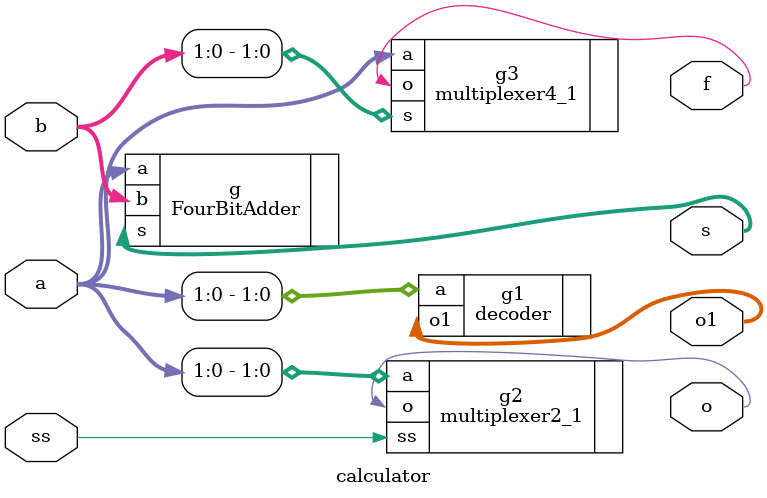
<source format=v>
`timescale 1ns / 1ps


module calculator(input [3:0] a, input [3:0] b, input ss, output [4:0] s,output [3:0] o1,output o,output f);

FourBitAdder g ( .a(a), .b(b), .s(s));
decoder g1 (.a(a[1:0]), .o1(o1));
multiplexer2_1 g2 (.a(a[1:0]), .ss(ss), .o(o));
multiplexer4_1 g3 (.a(a[3:0]), .s(b[1:0]), .o(f));

endmodule

</source>
